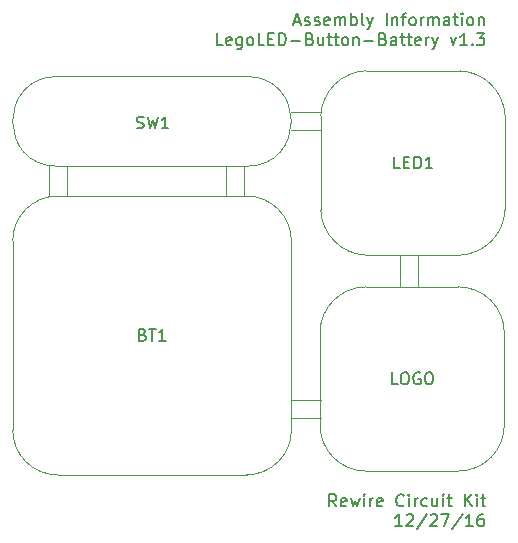
<source format=gbr>
%TF.GenerationSoftware,KiCad,Pcbnew,4.0.4+e1-6308~48~ubuntu16.04.1-stable*%
%TF.CreationDate,2016-12-29T12:41:29-08:00*%
%TF.ProjectId,LegoLED-Button-Battery,4C65676F4C45442D427574746F6E2D42,rev?*%
%TF.FileFunction,Other,Fab,Top*%
%FSLAX46Y46*%
G04 Gerber Fmt 4.6, Leading zero omitted, Abs format (unit mm)*
G04 Created by KiCad (PCBNEW 4.0.4+e1-6308~48~ubuntu16.04.1-stable) date Thu Dec 29 12:41:29 2016*
%MOMM*%
%LPD*%
G01*
G04 APERTURE LIST*
%ADD10C,0.350000*%
%ADD11C,0.152400*%
%ADD12C,0.040640*%
%ADD13C,0.050000*%
%ADD14C,0.150000*%
G04 APERTURE END LIST*
D10*
D11*
X172899010Y-122049419D02*
X172560344Y-121565610D01*
X172318439Y-122049419D02*
X172318439Y-121033419D01*
X172705486Y-121033419D01*
X172802248Y-121081800D01*
X172850629Y-121130181D01*
X172899010Y-121226943D01*
X172899010Y-121372086D01*
X172850629Y-121468848D01*
X172802248Y-121517229D01*
X172705486Y-121565610D01*
X172318439Y-121565610D01*
X173721486Y-122001038D02*
X173624724Y-122049419D01*
X173431201Y-122049419D01*
X173334439Y-122001038D01*
X173286058Y-121904276D01*
X173286058Y-121517229D01*
X173334439Y-121420467D01*
X173431201Y-121372086D01*
X173624724Y-121372086D01*
X173721486Y-121420467D01*
X173769867Y-121517229D01*
X173769867Y-121613990D01*
X173286058Y-121710752D01*
X174108534Y-121372086D02*
X174302058Y-122049419D01*
X174495581Y-121565610D01*
X174689105Y-122049419D01*
X174882629Y-121372086D01*
X175269677Y-122049419D02*
X175269677Y-121372086D01*
X175269677Y-121033419D02*
X175221296Y-121081800D01*
X175269677Y-121130181D01*
X175318058Y-121081800D01*
X175269677Y-121033419D01*
X175269677Y-121130181D01*
X175753487Y-122049419D02*
X175753487Y-121372086D01*
X175753487Y-121565610D02*
X175801868Y-121468848D01*
X175850249Y-121420467D01*
X175947011Y-121372086D01*
X176043772Y-121372086D01*
X176769486Y-122001038D02*
X176672724Y-122049419D01*
X176479201Y-122049419D01*
X176382439Y-122001038D01*
X176334058Y-121904276D01*
X176334058Y-121517229D01*
X176382439Y-121420467D01*
X176479201Y-121372086D01*
X176672724Y-121372086D01*
X176769486Y-121420467D01*
X176817867Y-121517229D01*
X176817867Y-121613990D01*
X176334058Y-121710752D01*
X178607962Y-121952657D02*
X178559581Y-122001038D01*
X178414438Y-122049419D01*
X178317676Y-122049419D01*
X178172534Y-122001038D01*
X178075772Y-121904276D01*
X178027391Y-121807514D01*
X177979010Y-121613990D01*
X177979010Y-121468848D01*
X178027391Y-121275324D01*
X178075772Y-121178562D01*
X178172534Y-121081800D01*
X178317676Y-121033419D01*
X178414438Y-121033419D01*
X178559581Y-121081800D01*
X178607962Y-121130181D01*
X179043391Y-122049419D02*
X179043391Y-121372086D01*
X179043391Y-121033419D02*
X178995010Y-121081800D01*
X179043391Y-121130181D01*
X179091772Y-121081800D01*
X179043391Y-121033419D01*
X179043391Y-121130181D01*
X179527201Y-122049419D02*
X179527201Y-121372086D01*
X179527201Y-121565610D02*
X179575582Y-121468848D01*
X179623963Y-121420467D01*
X179720725Y-121372086D01*
X179817486Y-121372086D01*
X180591581Y-122001038D02*
X180494819Y-122049419D01*
X180301296Y-122049419D01*
X180204534Y-122001038D01*
X180156153Y-121952657D01*
X180107772Y-121855895D01*
X180107772Y-121565610D01*
X180156153Y-121468848D01*
X180204534Y-121420467D01*
X180301296Y-121372086D01*
X180494819Y-121372086D01*
X180591581Y-121420467D01*
X181462438Y-121372086D02*
X181462438Y-122049419D01*
X181027010Y-121372086D02*
X181027010Y-121904276D01*
X181075391Y-122001038D01*
X181172153Y-122049419D01*
X181317295Y-122049419D01*
X181414057Y-122001038D01*
X181462438Y-121952657D01*
X181946248Y-122049419D02*
X181946248Y-121372086D01*
X181946248Y-121033419D02*
X181897867Y-121081800D01*
X181946248Y-121130181D01*
X181994629Y-121081800D01*
X181946248Y-121033419D01*
X181946248Y-121130181D01*
X182284915Y-121372086D02*
X182671963Y-121372086D01*
X182430058Y-121033419D02*
X182430058Y-121904276D01*
X182478439Y-122001038D01*
X182575201Y-122049419D01*
X182671963Y-122049419D01*
X183784724Y-122049419D02*
X183784724Y-121033419D01*
X184365295Y-122049419D02*
X183929867Y-121468848D01*
X184365295Y-121033419D02*
X183784724Y-121613990D01*
X184800724Y-122049419D02*
X184800724Y-121372086D01*
X184800724Y-121033419D02*
X184752343Y-121081800D01*
X184800724Y-121130181D01*
X184849105Y-121081800D01*
X184800724Y-121033419D01*
X184800724Y-121130181D01*
X185139391Y-121372086D02*
X185526439Y-121372086D01*
X185284534Y-121033419D02*
X185284534Y-121904276D01*
X185332915Y-122001038D01*
X185429677Y-122049419D01*
X185526439Y-122049419D01*
X178462819Y-123725819D02*
X177882248Y-123725819D01*
X178172534Y-123725819D02*
X178172534Y-122709819D01*
X178075772Y-122854962D01*
X177979010Y-122951724D01*
X177882248Y-123000105D01*
X178849867Y-122806581D02*
X178898248Y-122758200D01*
X178995010Y-122709819D01*
X179236914Y-122709819D01*
X179333676Y-122758200D01*
X179382057Y-122806581D01*
X179430438Y-122903343D01*
X179430438Y-123000105D01*
X179382057Y-123145248D01*
X178801486Y-123725819D01*
X179430438Y-123725819D01*
X180591581Y-122661438D02*
X179720724Y-123967724D01*
X180881867Y-122806581D02*
X180930248Y-122758200D01*
X181027010Y-122709819D01*
X181268914Y-122709819D01*
X181365676Y-122758200D01*
X181414057Y-122806581D01*
X181462438Y-122903343D01*
X181462438Y-123000105D01*
X181414057Y-123145248D01*
X180833486Y-123725819D01*
X181462438Y-123725819D01*
X181801105Y-122709819D02*
X182478438Y-122709819D01*
X182043010Y-123725819D01*
X183591200Y-122661438D02*
X182720343Y-123967724D01*
X184462057Y-123725819D02*
X183881486Y-123725819D01*
X184171772Y-123725819D02*
X184171772Y-122709819D01*
X184075010Y-122854962D01*
X183978248Y-122951724D01*
X183881486Y-123000105D01*
X185332914Y-122709819D02*
X185139391Y-122709819D01*
X185042629Y-122758200D01*
X184994248Y-122806581D01*
X184897486Y-122951724D01*
X184849105Y-123145248D01*
X184849105Y-123532295D01*
X184897486Y-123629057D01*
X184945867Y-123677438D01*
X185042629Y-123725819D01*
X185236152Y-123725819D01*
X185332914Y-123677438D01*
X185381295Y-123629057D01*
X185429676Y-123532295D01*
X185429676Y-123290390D01*
X185381295Y-123193629D01*
X185332914Y-123145248D01*
X185236152Y-123096867D01*
X185042629Y-123096867D01*
X184945867Y-123145248D01*
X184897486Y-123193629D01*
X184849105Y-123290390D01*
X169367202Y-81017533D02*
X169851011Y-81017533D01*
X169270440Y-81307819D02*
X169609107Y-80291819D01*
X169947773Y-81307819D01*
X170238059Y-81259438D02*
X170334821Y-81307819D01*
X170528345Y-81307819D01*
X170625106Y-81259438D01*
X170673487Y-81162676D01*
X170673487Y-81114295D01*
X170625106Y-81017533D01*
X170528345Y-80969152D01*
X170383202Y-80969152D01*
X170286440Y-80920771D01*
X170238059Y-80824010D01*
X170238059Y-80775629D01*
X170286440Y-80678867D01*
X170383202Y-80630486D01*
X170528345Y-80630486D01*
X170625106Y-80678867D01*
X171060535Y-81259438D02*
X171157297Y-81307819D01*
X171350821Y-81307819D01*
X171447582Y-81259438D01*
X171495963Y-81162676D01*
X171495963Y-81114295D01*
X171447582Y-81017533D01*
X171350821Y-80969152D01*
X171205678Y-80969152D01*
X171108916Y-80920771D01*
X171060535Y-80824010D01*
X171060535Y-80775629D01*
X171108916Y-80678867D01*
X171205678Y-80630486D01*
X171350821Y-80630486D01*
X171447582Y-80678867D01*
X172318439Y-81259438D02*
X172221677Y-81307819D01*
X172028154Y-81307819D01*
X171931392Y-81259438D01*
X171883011Y-81162676D01*
X171883011Y-80775629D01*
X171931392Y-80678867D01*
X172028154Y-80630486D01*
X172221677Y-80630486D01*
X172318439Y-80678867D01*
X172366820Y-80775629D01*
X172366820Y-80872390D01*
X171883011Y-80969152D01*
X172802249Y-81307819D02*
X172802249Y-80630486D01*
X172802249Y-80727248D02*
X172850630Y-80678867D01*
X172947392Y-80630486D01*
X173092534Y-80630486D01*
X173189296Y-80678867D01*
X173237677Y-80775629D01*
X173237677Y-81307819D01*
X173237677Y-80775629D02*
X173286058Y-80678867D01*
X173382820Y-80630486D01*
X173527963Y-80630486D01*
X173624725Y-80678867D01*
X173673106Y-80775629D01*
X173673106Y-81307819D01*
X174156916Y-81307819D02*
X174156916Y-80291819D01*
X174156916Y-80678867D02*
X174253678Y-80630486D01*
X174447201Y-80630486D01*
X174543963Y-80678867D01*
X174592344Y-80727248D01*
X174640725Y-80824010D01*
X174640725Y-81114295D01*
X174592344Y-81211057D01*
X174543963Y-81259438D01*
X174447201Y-81307819D01*
X174253678Y-81307819D01*
X174156916Y-81259438D01*
X175221297Y-81307819D02*
X175124535Y-81259438D01*
X175076154Y-81162676D01*
X175076154Y-80291819D01*
X175511582Y-80630486D02*
X175753487Y-81307819D01*
X175995391Y-80630486D02*
X175753487Y-81307819D01*
X175656725Y-81549724D01*
X175608344Y-81598105D01*
X175511582Y-81646486D01*
X177156534Y-81307819D02*
X177156534Y-80291819D01*
X177640344Y-80630486D02*
X177640344Y-81307819D01*
X177640344Y-80727248D02*
X177688725Y-80678867D01*
X177785487Y-80630486D01*
X177930629Y-80630486D01*
X178027391Y-80678867D01*
X178075772Y-80775629D01*
X178075772Y-81307819D01*
X178414439Y-80630486D02*
X178801487Y-80630486D01*
X178559582Y-81307819D02*
X178559582Y-80436962D01*
X178607963Y-80340200D01*
X178704725Y-80291819D01*
X178801487Y-80291819D01*
X179285296Y-81307819D02*
X179188534Y-81259438D01*
X179140153Y-81211057D01*
X179091772Y-81114295D01*
X179091772Y-80824010D01*
X179140153Y-80727248D01*
X179188534Y-80678867D01*
X179285296Y-80630486D01*
X179430438Y-80630486D01*
X179527200Y-80678867D01*
X179575581Y-80727248D01*
X179623962Y-80824010D01*
X179623962Y-81114295D01*
X179575581Y-81211057D01*
X179527200Y-81259438D01*
X179430438Y-81307819D01*
X179285296Y-81307819D01*
X180059391Y-81307819D02*
X180059391Y-80630486D01*
X180059391Y-80824010D02*
X180107772Y-80727248D01*
X180156153Y-80678867D01*
X180252915Y-80630486D01*
X180349676Y-80630486D01*
X180688343Y-81307819D02*
X180688343Y-80630486D01*
X180688343Y-80727248D02*
X180736724Y-80678867D01*
X180833486Y-80630486D01*
X180978628Y-80630486D01*
X181075390Y-80678867D01*
X181123771Y-80775629D01*
X181123771Y-81307819D01*
X181123771Y-80775629D02*
X181172152Y-80678867D01*
X181268914Y-80630486D01*
X181414057Y-80630486D01*
X181510819Y-80678867D01*
X181559200Y-80775629D01*
X181559200Y-81307819D01*
X182478438Y-81307819D02*
X182478438Y-80775629D01*
X182430057Y-80678867D01*
X182333295Y-80630486D01*
X182139772Y-80630486D01*
X182043010Y-80678867D01*
X182478438Y-81259438D02*
X182381676Y-81307819D01*
X182139772Y-81307819D01*
X182043010Y-81259438D01*
X181994629Y-81162676D01*
X181994629Y-81065914D01*
X182043010Y-80969152D01*
X182139772Y-80920771D01*
X182381676Y-80920771D01*
X182478438Y-80872390D01*
X182817105Y-80630486D02*
X183204153Y-80630486D01*
X182962248Y-80291819D02*
X182962248Y-81162676D01*
X183010629Y-81259438D01*
X183107391Y-81307819D01*
X183204153Y-81307819D01*
X183542819Y-81307819D02*
X183542819Y-80630486D01*
X183542819Y-80291819D02*
X183494438Y-80340200D01*
X183542819Y-80388581D01*
X183591200Y-80340200D01*
X183542819Y-80291819D01*
X183542819Y-80388581D01*
X184171772Y-81307819D02*
X184075010Y-81259438D01*
X184026629Y-81211057D01*
X183978248Y-81114295D01*
X183978248Y-80824010D01*
X184026629Y-80727248D01*
X184075010Y-80678867D01*
X184171772Y-80630486D01*
X184316914Y-80630486D01*
X184413676Y-80678867D01*
X184462057Y-80727248D01*
X184510438Y-80824010D01*
X184510438Y-81114295D01*
X184462057Y-81211057D01*
X184413676Y-81259438D01*
X184316914Y-81307819D01*
X184171772Y-81307819D01*
X184945867Y-80630486D02*
X184945867Y-81307819D01*
X184945867Y-80727248D02*
X184994248Y-80678867D01*
X185091010Y-80630486D01*
X185236152Y-80630486D01*
X185332914Y-80678867D01*
X185381295Y-80775629D01*
X185381295Y-81307819D01*
X163271203Y-82984219D02*
X162787394Y-82984219D01*
X162787394Y-81968219D01*
X163996917Y-82935838D02*
X163900155Y-82984219D01*
X163706632Y-82984219D01*
X163609870Y-82935838D01*
X163561489Y-82839076D01*
X163561489Y-82452029D01*
X163609870Y-82355267D01*
X163706632Y-82306886D01*
X163900155Y-82306886D01*
X163996917Y-82355267D01*
X164045298Y-82452029D01*
X164045298Y-82548790D01*
X163561489Y-82645552D01*
X164916155Y-82306886D02*
X164916155Y-83129362D01*
X164867774Y-83226124D01*
X164819393Y-83274505D01*
X164722632Y-83322886D01*
X164577489Y-83322886D01*
X164480727Y-83274505D01*
X164916155Y-82935838D02*
X164819393Y-82984219D01*
X164625870Y-82984219D01*
X164529108Y-82935838D01*
X164480727Y-82887457D01*
X164432346Y-82790695D01*
X164432346Y-82500410D01*
X164480727Y-82403648D01*
X164529108Y-82355267D01*
X164625870Y-82306886D01*
X164819393Y-82306886D01*
X164916155Y-82355267D01*
X165545108Y-82984219D02*
X165448346Y-82935838D01*
X165399965Y-82887457D01*
X165351584Y-82790695D01*
X165351584Y-82500410D01*
X165399965Y-82403648D01*
X165448346Y-82355267D01*
X165545108Y-82306886D01*
X165690250Y-82306886D01*
X165787012Y-82355267D01*
X165835393Y-82403648D01*
X165883774Y-82500410D01*
X165883774Y-82790695D01*
X165835393Y-82887457D01*
X165787012Y-82935838D01*
X165690250Y-82984219D01*
X165545108Y-82984219D01*
X166803012Y-82984219D02*
X166319203Y-82984219D01*
X166319203Y-81968219D01*
X167141679Y-82452029D02*
X167480345Y-82452029D01*
X167625488Y-82984219D02*
X167141679Y-82984219D01*
X167141679Y-81968219D01*
X167625488Y-81968219D01*
X168060917Y-82984219D02*
X168060917Y-81968219D01*
X168302822Y-81968219D01*
X168447964Y-82016600D01*
X168544726Y-82113362D01*
X168593107Y-82210124D01*
X168641488Y-82403648D01*
X168641488Y-82548790D01*
X168593107Y-82742314D01*
X168544726Y-82839076D01*
X168447964Y-82935838D01*
X168302822Y-82984219D01*
X168060917Y-82984219D01*
X169076917Y-82597171D02*
X169851012Y-82597171D01*
X170673488Y-82452029D02*
X170818631Y-82500410D01*
X170867012Y-82548790D01*
X170915393Y-82645552D01*
X170915393Y-82790695D01*
X170867012Y-82887457D01*
X170818631Y-82935838D01*
X170721869Y-82984219D01*
X170334822Y-82984219D01*
X170334822Y-81968219D01*
X170673488Y-81968219D01*
X170770250Y-82016600D01*
X170818631Y-82064981D01*
X170867012Y-82161743D01*
X170867012Y-82258505D01*
X170818631Y-82355267D01*
X170770250Y-82403648D01*
X170673488Y-82452029D01*
X170334822Y-82452029D01*
X171786250Y-82306886D02*
X171786250Y-82984219D01*
X171350822Y-82306886D02*
X171350822Y-82839076D01*
X171399203Y-82935838D01*
X171495965Y-82984219D01*
X171641107Y-82984219D01*
X171737869Y-82935838D01*
X171786250Y-82887457D01*
X172124917Y-82306886D02*
X172511965Y-82306886D01*
X172270060Y-81968219D02*
X172270060Y-82839076D01*
X172318441Y-82935838D01*
X172415203Y-82984219D01*
X172511965Y-82984219D01*
X172705488Y-82306886D02*
X173092536Y-82306886D01*
X172850631Y-81968219D02*
X172850631Y-82839076D01*
X172899012Y-82935838D01*
X172995774Y-82984219D01*
X173092536Y-82984219D01*
X173576345Y-82984219D02*
X173479583Y-82935838D01*
X173431202Y-82887457D01*
X173382821Y-82790695D01*
X173382821Y-82500410D01*
X173431202Y-82403648D01*
X173479583Y-82355267D01*
X173576345Y-82306886D01*
X173721487Y-82306886D01*
X173818249Y-82355267D01*
X173866630Y-82403648D01*
X173915011Y-82500410D01*
X173915011Y-82790695D01*
X173866630Y-82887457D01*
X173818249Y-82935838D01*
X173721487Y-82984219D01*
X173576345Y-82984219D01*
X174350440Y-82306886D02*
X174350440Y-82984219D01*
X174350440Y-82403648D02*
X174398821Y-82355267D01*
X174495583Y-82306886D01*
X174640725Y-82306886D01*
X174737487Y-82355267D01*
X174785868Y-82452029D01*
X174785868Y-82984219D01*
X175269678Y-82597171D02*
X176043773Y-82597171D01*
X176866249Y-82452029D02*
X177011392Y-82500410D01*
X177059773Y-82548790D01*
X177108154Y-82645552D01*
X177108154Y-82790695D01*
X177059773Y-82887457D01*
X177011392Y-82935838D01*
X176914630Y-82984219D01*
X176527583Y-82984219D01*
X176527583Y-81968219D01*
X176866249Y-81968219D01*
X176963011Y-82016600D01*
X177011392Y-82064981D01*
X177059773Y-82161743D01*
X177059773Y-82258505D01*
X177011392Y-82355267D01*
X176963011Y-82403648D01*
X176866249Y-82452029D01*
X176527583Y-82452029D01*
X177979011Y-82984219D02*
X177979011Y-82452029D01*
X177930630Y-82355267D01*
X177833868Y-82306886D01*
X177640345Y-82306886D01*
X177543583Y-82355267D01*
X177979011Y-82935838D02*
X177882249Y-82984219D01*
X177640345Y-82984219D01*
X177543583Y-82935838D01*
X177495202Y-82839076D01*
X177495202Y-82742314D01*
X177543583Y-82645552D01*
X177640345Y-82597171D01*
X177882249Y-82597171D01*
X177979011Y-82548790D01*
X178317678Y-82306886D02*
X178704726Y-82306886D01*
X178462821Y-81968219D02*
X178462821Y-82839076D01*
X178511202Y-82935838D01*
X178607964Y-82984219D01*
X178704726Y-82984219D01*
X178898249Y-82306886D02*
X179285297Y-82306886D01*
X179043392Y-81968219D02*
X179043392Y-82839076D01*
X179091773Y-82935838D01*
X179188535Y-82984219D01*
X179285297Y-82984219D01*
X180011010Y-82935838D02*
X179914248Y-82984219D01*
X179720725Y-82984219D01*
X179623963Y-82935838D01*
X179575582Y-82839076D01*
X179575582Y-82452029D01*
X179623963Y-82355267D01*
X179720725Y-82306886D01*
X179914248Y-82306886D01*
X180011010Y-82355267D01*
X180059391Y-82452029D01*
X180059391Y-82548790D01*
X179575582Y-82645552D01*
X180494820Y-82984219D02*
X180494820Y-82306886D01*
X180494820Y-82500410D02*
X180543201Y-82403648D01*
X180591582Y-82355267D01*
X180688344Y-82306886D01*
X180785105Y-82306886D01*
X181027010Y-82306886D02*
X181268915Y-82984219D01*
X181510819Y-82306886D02*
X181268915Y-82984219D01*
X181172153Y-83226124D01*
X181123772Y-83274505D01*
X181027010Y-83322886D01*
X182575200Y-82306886D02*
X182817105Y-82984219D01*
X183059009Y-82306886D01*
X183978247Y-82984219D02*
X183397676Y-82984219D01*
X183687962Y-82984219D02*
X183687962Y-81968219D01*
X183591200Y-82113362D01*
X183494438Y-82210124D01*
X183397676Y-82258505D01*
X184413676Y-82887457D02*
X184462057Y-82935838D01*
X184413676Y-82984219D01*
X184365295Y-82935838D01*
X184413676Y-82887457D01*
X184413676Y-82984219D01*
X184800724Y-81968219D02*
X185429676Y-81968219D01*
X185091010Y-82355267D01*
X185236152Y-82355267D01*
X185332914Y-82403648D01*
X185381295Y-82452029D01*
X185429676Y-82548790D01*
X185429676Y-82790695D01*
X185381295Y-82887457D01*
X185332914Y-82935838D01*
X185236152Y-82984219D01*
X184945867Y-82984219D01*
X184849105Y-82935838D01*
X184800724Y-82887457D01*
D12*
X148590000Y-95758000D02*
X148590000Y-93218000D01*
X150114000Y-95758000D02*
X150114000Y-93218000D01*
X163576000Y-95758000D02*
X163576000Y-93218000D01*
X165100000Y-95758000D02*
X165100000Y-93218000D01*
X169037000Y-113030000D02*
X171577000Y-113030000D01*
X169037000Y-114554000D02*
X171577000Y-114554000D01*
X179832000Y-100838000D02*
X179832000Y-103378000D01*
X178308000Y-100838000D02*
X178308000Y-103378000D01*
X171577000Y-90170000D02*
X169037000Y-90170000D01*
X171577000Y-88646000D02*
X169037000Y-88646000D01*
D13*
X165297201Y-93242401D02*
X149297201Y-93242401D01*
X149297201Y-85642401D02*
X165297201Y-85642401D01*
X149297201Y-85642401D02*
G75*
G03X149297201Y-93242401I0J-3800000D01*
G01*
X165297201Y-93242401D02*
G75*
G03X165297201Y-85642401I0J3800000D01*
G01*
X165301200Y-95768000D02*
X149301200Y-95768000D01*
X169101200Y-115568000D02*
X169101200Y-99568000D01*
X145501200Y-115568000D02*
X145501200Y-99568000D01*
X165301200Y-119368000D02*
X149301200Y-119368000D01*
X165301200Y-119368000D02*
G75*
G03X169101200Y-115568000I0J3800000D01*
G01*
X169101200Y-99568000D02*
G75*
G03X165301200Y-95768000I-3800000J0D01*
G01*
X149301200Y-95768000D02*
G75*
G03X145501200Y-99568000I0J-3800000D01*
G01*
X145501200Y-115568000D02*
G75*
G03X149301200Y-119368000I3800000J0D01*
G01*
D12*
X183224000Y-103452000D02*
X175424000Y-103452000D01*
X183224000Y-119052000D02*
X175424000Y-119052000D01*
X187124000Y-115152000D02*
X187124000Y-107352000D01*
X171524000Y-115152000D02*
X171524000Y-107352000D01*
X187124000Y-107352000D02*
G75*
G03X183224000Y-103452000I-3900000J0D01*
G01*
X183224000Y-119052000D02*
G75*
G03X187124000Y-115152000I0J3900000D01*
G01*
X171524000Y-115152000D02*
G75*
G03X175424000Y-119052000I3900000J0D01*
G01*
X175424000Y-103452000D02*
G75*
G03X171524000Y-107352000I0J-3900000D01*
G01*
D13*
X187191625Y-88954528D02*
G75*
G03X183388000Y-85164500I-3999066J-209764D01*
G01*
X171588000Y-96964500D02*
X171588000Y-88964500D01*
X183388000Y-100764500D02*
X175388000Y-100764500D01*
X183388000Y-85164500D02*
X175388000Y-85164500D01*
X187188000Y-96964500D02*
X187188000Y-88964500D01*
X175378028Y-85160875D02*
G75*
G03X171588000Y-88964500I209764J-3999066D01*
G01*
X183397972Y-100768125D02*
G75*
G03X187188000Y-96964500I-209764J3999066D01*
G01*
X171584375Y-96974472D02*
G75*
G03X175388000Y-100764500I3999066J209764D01*
G01*
D14*
X156013868Y-89997163D02*
X156156725Y-90044782D01*
X156394821Y-90044782D01*
X156490059Y-89997163D01*
X156537678Y-89949544D01*
X156585297Y-89854306D01*
X156585297Y-89759068D01*
X156537678Y-89663830D01*
X156490059Y-89616211D01*
X156394821Y-89568591D01*
X156204344Y-89520972D01*
X156109106Y-89473353D01*
X156061487Y-89425734D01*
X156013868Y-89330496D01*
X156013868Y-89235258D01*
X156061487Y-89140020D01*
X156109106Y-89092401D01*
X156204344Y-89044782D01*
X156442440Y-89044782D01*
X156585297Y-89092401D01*
X156918630Y-89044782D02*
X157156725Y-90044782D01*
X157347202Y-89330496D01*
X157537678Y-90044782D01*
X157775773Y-89044782D01*
X158680535Y-90044782D02*
X158109106Y-90044782D01*
X158394820Y-90044782D02*
X158394820Y-89044782D01*
X158299582Y-89187639D01*
X158204344Y-89282877D01*
X158109106Y-89330496D01*
X156515486Y-107496571D02*
X156658343Y-107544190D01*
X156705962Y-107591810D01*
X156753581Y-107687048D01*
X156753581Y-107829905D01*
X156705962Y-107925143D01*
X156658343Y-107972762D01*
X156563105Y-108020381D01*
X156182152Y-108020381D01*
X156182152Y-107020381D01*
X156515486Y-107020381D01*
X156610724Y-107068000D01*
X156658343Y-107115619D01*
X156705962Y-107210857D01*
X156705962Y-107306095D01*
X156658343Y-107401333D01*
X156610724Y-107448952D01*
X156515486Y-107496571D01*
X156182152Y-107496571D01*
X157039295Y-107020381D02*
X157610724Y-107020381D01*
X157325009Y-108020381D02*
X157325009Y-107020381D01*
X158467867Y-108020381D02*
X157896438Y-108020381D01*
X158182152Y-108020381D02*
X158182152Y-107020381D01*
X158086914Y-107163238D01*
X157991676Y-107258476D01*
X157896438Y-107306095D01*
X178085905Y-111704381D02*
X177609714Y-111704381D01*
X177609714Y-110704381D01*
X178609714Y-110704381D02*
X178800191Y-110704381D01*
X178895429Y-110752000D01*
X178990667Y-110847238D01*
X179038286Y-111037714D01*
X179038286Y-111371048D01*
X178990667Y-111561524D01*
X178895429Y-111656762D01*
X178800191Y-111704381D01*
X178609714Y-111704381D01*
X178514476Y-111656762D01*
X178419238Y-111561524D01*
X178371619Y-111371048D01*
X178371619Y-111037714D01*
X178419238Y-110847238D01*
X178514476Y-110752000D01*
X178609714Y-110704381D01*
X179990667Y-110752000D02*
X179895429Y-110704381D01*
X179752572Y-110704381D01*
X179609714Y-110752000D01*
X179514476Y-110847238D01*
X179466857Y-110942476D01*
X179419238Y-111132952D01*
X179419238Y-111275810D01*
X179466857Y-111466286D01*
X179514476Y-111561524D01*
X179609714Y-111656762D01*
X179752572Y-111704381D01*
X179847810Y-111704381D01*
X179990667Y-111656762D01*
X180038286Y-111609143D01*
X180038286Y-111275810D01*
X179847810Y-111275810D01*
X180657333Y-110704381D02*
X180847810Y-110704381D01*
X180943048Y-110752000D01*
X181038286Y-110847238D01*
X181085905Y-111037714D01*
X181085905Y-111371048D01*
X181038286Y-111561524D01*
X180943048Y-111656762D01*
X180847810Y-111704381D01*
X180657333Y-111704381D01*
X180562095Y-111656762D01*
X180466857Y-111561524D01*
X180419238Y-111371048D01*
X180419238Y-111037714D01*
X180466857Y-110847238D01*
X180562095Y-110752000D01*
X180657333Y-110704381D01*
X178268953Y-93416881D02*
X177792762Y-93416881D01*
X177792762Y-92416881D01*
X178602286Y-92893071D02*
X178935620Y-92893071D01*
X179078477Y-93416881D02*
X178602286Y-93416881D01*
X178602286Y-92416881D01*
X179078477Y-92416881D01*
X179507048Y-93416881D02*
X179507048Y-92416881D01*
X179745143Y-92416881D01*
X179888001Y-92464500D01*
X179983239Y-92559738D01*
X180030858Y-92654976D01*
X180078477Y-92845452D01*
X180078477Y-92988310D01*
X180030858Y-93178786D01*
X179983239Y-93274024D01*
X179888001Y-93369262D01*
X179745143Y-93416881D01*
X179507048Y-93416881D01*
X181030858Y-93416881D02*
X180459429Y-93416881D01*
X180745143Y-93416881D02*
X180745143Y-92416881D01*
X180649905Y-92559738D01*
X180554667Y-92654976D01*
X180459429Y-92702595D01*
M02*

</source>
